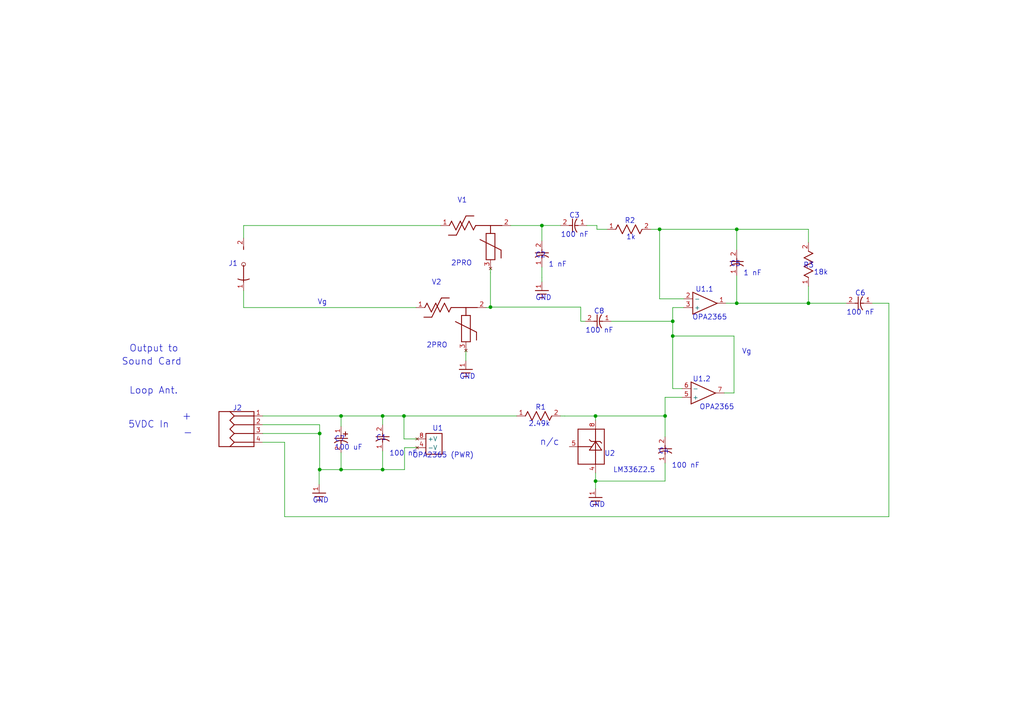
<source format=kicad_sch>
(kicad_sch (version 20211123) (generator eeschema)

  (uuid afd38b10-2eca-4abe-aed1-a96fb07ffdbe)

  (paper "A4")

  (lib_symbols
    (symbol "SuperSID-eagle-import:031-5637" (in_bom yes) (on_board yes)
      (property "Reference" "J" (id 0) (at 0 0 0)
        (effects (font (size 1.27 1.27)) hide)
      )
      (property "Value" "031-5637" (id 1) (at 0 0 0)
        (effects (font (size 1.27 1.27)) hide)
      )
      (property "Footprint" "SuperSID:031-5637" (id 2) (at 0 0 0)
        (effects (font (size 1.27 1.27)) hide)
      )
      (property "Datasheet" "" (id 3) (at 0 0 0)
        (effects (font (size 1.27 1.27)) hide)
      )
      (property "ki_locked" "" (id 4) (at 0 0 0)
        (effects (font (size 1.27 1.27)))
      )
      (symbol "031-5637_1_0"
        (arc (start -4.25 1.65) (mid -4.5703 0) (end -4.25 -1.65)
          (stroke (width 0.25) (type default) (color 0 0 0 0))
          (fill (type none))
        )
        (polyline
          (pts
            (xy -0.25 0)
            (xy -5.1 0)
          )
          (stroke (width 0.25) (type default) (color 0 0 0 0))
          (fill (type none))
        )
        (polyline
          (pts
            (xy 4.3 0)
            (xy 5.1 0)
          )
          (stroke (width 0.25) (type default) (color 0 0 0 0))
          (fill (type none))
        )
        (circle (center 0 0) (radius 0.55)
          (stroke (width 0) (type default) (color 0 0 0 0))
          (fill (type none))
        )
        (pin bidirectional line (at -7.62 0 0) (length 2.54)
          (name "CON" (effects (font (size 0 0))))
          (number "1" (effects (font (size 1.27 1.27))))
        )
        (pin power_in line (at 7.62 0 180) (length 2.54)
          (name "GND" (effects (font (size 0 0))))
          (number "2" (effects (font (size 1.27 1.27))))
        )
      )
    )
    (symbol "SuperSID-eagle-import:2PRO" (in_bom yes) (on_board yes)
      (property "Reference" "V" (id 0) (at 0 0 0)
        (effects (font (size 1.27 1.27)) hide)
      )
      (property "Value" "2PRO" (id 1) (at 0 0 0)
        (effects (font (size 1.27 1.27)) hide)
      )
      (property "Footprint" "SuperSID:3-WAY_HEADER" (id 2) (at 0 0 0)
        (effects (font (size 1.27 1.27)) hide)
      )
      (property "Datasheet" "" (id 3) (at 0 0 0)
        (effects (font (size 1.27 1.27)) hide)
      )
      (property "ki_locked" "" (id 4) (at 0 0 0)
        (effects (font (size 1.27 1.27)))
      )
      (symbol "2PRO_1_0"
        (polyline
          (pts
            (xy -3.302 0)
            (xy -2.667 1.27)
          )
          (stroke (width 0.25) (type default) (color 0 0 0 0))
          (fill (type none))
        )
        (polyline
          (pts
            (xy -2.667 1.27)
            (xy -1.397 -1.27)
          )
          (stroke (width 0.25) (type default) (color 0 0 0 0))
          (fill (type none))
        )
        (polyline
          (pts
            (xy -1.397 -1.27)
            (xy -0.127 1.27)
          )
          (stroke (width 0.25) (type default) (color 0 0 0 0))
          (fill (type none))
        )
        (polyline
          (pts
            (xy -1.27 -2.794)
            (xy -3.556 -2.794)
          )
          (stroke (width 0.25) (type default) (color 0 0 0 0))
          (fill (type none))
        )
        (polyline
          (pts
            (xy -0.127 1.27)
            (xy 1.143 -1.27)
          )
          (stroke (width 0.25) (type default) (color 0 0 0 0))
          (fill (type none))
        )
        (polyline
          (pts
            (xy 1.143 -1.27)
            (xy 2.413 1.27)
          )
          (stroke (width 0.25) (type default) (color 0 0 0 0))
          (fill (type none))
        )
        (polyline
          (pts
            (xy 1.524 2.794)
            (xy -1.27 -2.794)
          )
          (stroke (width 0.25) (type default) (color 0 0 0 0))
          (fill (type none))
        )
        (polyline
          (pts
            (xy 2.413 1.27)
            (xy 3.683 -1.27)
          )
          (stroke (width 0.25) (type default) (color 0 0 0 0))
          (fill (type none))
        )
        (polyline
          (pts
            (xy 3.683 -1.27)
            (xy 4.318 0)
          )
          (stroke (width 0.25) (type default) (color 0 0 0 0))
          (fill (type none))
        )
        (polyline
          (pts
            (xy 3.81 2.794)
            (xy 1.524 2.794)
          )
          (stroke (width 0.25) (type default) (color 0 0 0 0))
          (fill (type none))
        )
        (polyline
          (pts
            (xy 5.588 -4.064)
            (xy 11.684 -7.112)
          )
          (stroke (width 0.25) (type default) (color 0 0 0 0))
          (fill (type none))
        )
        (polyline
          (pts
            (xy 7.366 -9.906)
            (xy 7.366 -2.286)
          )
          (stroke (width 0.25) (type default) (color 0 0 0 0))
          (fill (type none))
        )
        (polyline
          (pts
            (xy 7.366 -2.286)
            (xy 9.906 -2.286)
          )
          (stroke (width 0.25) (type default) (color 0 0 0 0))
          (fill (type none))
        )
        (polyline
          (pts
            (xy 8.636 -2.286)
            (xy 8.636 0)
          )
          (stroke (width 0.25) (type default) (color 0 0 0 0))
          (fill (type none))
        )
        (polyline
          (pts
            (xy 9.906 -9.906)
            (xy 7.366 -9.906)
          )
          (stroke (width 0.25) (type default) (color 0 0 0 0))
          (fill (type none))
        )
        (polyline
          (pts
            (xy 9.906 -2.286)
            (xy 9.906 -9.906)
          )
          (stroke (width 0.25) (type default) (color 0 0 0 0))
          (fill (type none))
        )
        (polyline
          (pts
            (xy 11.703 -7.144)
            (xy 11.703 -9.43)
          )
          (stroke (width 0.25) (type default) (color 0 0 0 0))
          (fill (type none))
        )
        (polyline
          (pts
            (xy 11.938 0)
            (xy 4.318 0)
          )
          (stroke (width 0.25) (type default) (color 0 0 0 0))
          (fill (type none))
        )
        (pin passive line (at -5.842 0 0) (length 2.54)
          (name "1" (effects (font (size 0 0))))
          (number "1" (effects (font (size 1.27 1.27))))
        )
        (pin passive line (at 14.478 0 180) (length 2.54)
          (name "2" (effects (font (size 0 0))))
          (number "2" (effects (font (size 1.27 1.27))))
        )
        (pin no_connect line (at 8.636 -12.446 90) (length 2.54)
          (name "3" (effects (font (size 0 0))))
          (number "3" (effects (font (size 1.27 1.27))))
        )
      )
    )
    (symbol "SuperSID-eagle-import:CAP" (in_bom yes) (on_board yes)
      (property "Reference" "C" (id 0) (at 0 0 0)
        (effects (font (size 1.27 1.27)) hide)
      )
      (property "Value" "CAP" (id 1) (at 0 0 0)
        (effects (font (size 1.27 1.27)) hide)
      )
      (property "Footprint" "SuperSID:CC0805" (id 2) (at 0 0 0)
        (effects (font (size 1.27 1.27)) hide)
      )
      (property "Datasheet" "" (id 3) (at 0 0 0)
        (effects (font (size 1.27 1.27)) hide)
      )
      (property "ki_locked" "" (id 4) (at 0 0 0)
        (effects (font (size 1.27 1.27)))
      )
      (symbol "CAP_1_0"
        (polyline
          (pts
            (xy -1.27 0)
            (xy -0.33 0)
          )
          (stroke (width 0.25) (type default) (color 0 0 0 0))
          (fill (type none))
        )
        (polyline
          (pts
            (xy -0.33 -1.905)
            (xy -0.33 1.905)
          )
          (stroke (width 0.25) (type default) (color 0 0 0 0))
          (fill (type none))
        )
        (polyline
          (pts
            (xy 0.305 0)
            (xy 1.27 0)
          )
          (stroke (width 0.25) (type default) (color 0 0 0 0))
          (fill (type none))
        )
        (arc (start 0.944 1.911) (mid 0.3044 0) (end 0.944 -1.911)
          (stroke (width 0.254) (type default) (color 0 0 0 0))
          (fill (type none))
        )
        (pin passive line (at 3.81 0 180) (length 2.54)
          (name "B" (effects (font (size 0 0))))
          (number "1" (effects (font (size 1.27 1.27))))
        )
        (pin passive line (at -3.81 0 0) (length 2.54)
          (name "A" (effects (font (size 0 0))))
          (number "2" (effects (font (size 1.27 1.27))))
        )
      )
    )
    (symbol "SuperSID-eagle-import:ELECTROLYTIC" (in_bom yes) (on_board yes)
      (property "Reference" "C" (id 0) (at 0 0 0)
        (effects (font (size 1.27 1.27)) hide)
      )
      (property "Value" "ELECTROLYTIC" (id 1) (at 0 0 0)
        (effects (font (size 1.27 1.27)) hide)
      )
      (property "Footprint" "SuperSID:6.3_MM_CAP." (id 2) (at 0 0 0)
        (effects (font (size 1.27 1.27)) hide)
      )
      (property "Datasheet" "" (id 3) (at 0 0 0)
        (effects (font (size 1.27 1.27)) hide)
      )
      (property "ki_locked" "" (id 4) (at 0 0 0)
        (effects (font (size 1.27 1.27)))
      )
      (symbol "ELECTROLYTIC_1_0"
        (polyline
          (pts
            (xy -1.753 1.27)
            (xy -0.483 1.27)
          )
          (stroke (width 0.25) (type default) (color 0 0 0 0))
          (fill (type none))
        )
        (polyline
          (pts
            (xy -1.118 0.635)
            (xy -1.118 1.905)
          )
          (stroke (width 0.25) (type default) (color 0 0 0 0))
          (fill (type none))
        )
        (polyline
          (pts
            (xy -0.787 0)
            (xy 0.152 0)
          )
          (stroke (width 0.25) (type default) (color 0 0 0 0))
          (fill (type none))
        )
        (polyline
          (pts
            (xy 0.152 -1.905)
            (xy 0.152 1.905)
          )
          (stroke (width 0.25) (type default) (color 0 0 0 0))
          (fill (type none))
        )
        (polyline
          (pts
            (xy 0.787 0)
            (xy 1.753 0)
          )
          (stroke (width 0.25) (type default) (color 0 0 0 0))
          (fill (type none))
        )
        (arc (start 1.427 1.911) (mid 0.7874 0) (end 1.427 -1.911)
          (stroke (width 0.254) (type default) (color 0 0 0 0))
          (fill (type none))
        )
        (pin passive line (at -3.327 0 0) (length 2.54)
          (name "1" (effects (font (size 0 0))))
          (number "1" (effects (font (size 1.27 1.27))))
        )
        (pin passive line (at 4.293 0 180) (length 2.54)
          (name "2" (effects (font (size 0 0))))
          (number "2" (effects (font (size 1.27 1.27))))
        )
      )
    )
    (symbol "SuperSID-eagle-import:GND" (power) (in_bom yes) (on_board yes)
      (property "Reference" "#P" (id 0) (at 0 0 0)
        (effects (font (size 1.27 1.27)) hide)
      )
      (property "Value" "GND" (id 1) (at 0 0 0)
        (effects (font (size 1.27 1.27)) hide)
      )
      (property "Footprint" "SuperSID:" (id 2) (at 0 0 0)
        (effects (font (size 1.27 1.27)) hide)
      )
      (property "Datasheet" "" (id 3) (at 0 0 0)
        (effects (font (size 1.27 1.27)) hide)
      )
      (property "ki_locked" "" (id 4) (at 0 0 0)
        (effects (font (size 1.27 1.27)))
      )
      (symbol "GND_1_0"
        (polyline
          (pts
            (xy -1.905 1.016)
            (xy 1.905 1.016)
          )
          (stroke (width 0.25) (type default) (color 0 0 0 0))
          (fill (type none))
        )
        (polyline
          (pts
            (xy -1.27 0)
            (xy 1.27 0)
          )
          (stroke (width 0.25) (type default) (color 0 0 0 0))
          (fill (type none))
        )
        (polyline
          (pts
            (xy -0.508 -1.016)
            (xy 0.508 -1.016)
          )
          (stroke (width 0.25) (type default) (color 0 0 0 0))
          (fill (type none))
        )
        (pin power_in line (at 0 3.556 270) (length 2.54)
          (name "GND" (effects (font (size 0 0))))
          (number "1" (effects (font (size 1.27 1.27))))
        )
      )
    )
    (symbol "SuperSID-eagle-import:LM336Z2.5" (in_bom yes) (on_board yes)
      (property "Reference" "U" (id 0) (at 0 0 0)
        (effects (font (size 1.27 1.27)) hide)
      )
      (property "Value" "LM336Z2.5" (id 1) (at 0 0 0)
        (effects (font (size 1.27 1.27)) hide)
      )
      (property "Footprint" "SuperSID:SOP-8" (id 2) (at 0 0 0)
        (effects (font (size 1.27 1.27)) hide)
      )
      (property "Datasheet" "" (id 3) (at 0 0 0)
        (effects (font (size 1.27 1.27)) hide)
      )
      (property "ki_locked" "" (id 4) (at 0 0 0)
        (effects (font (size 1.27 1.27)))
      )
      (symbol "LM336Z2.5_1_0"
        (polyline
          (pts
            (xy -5.08 -3.81)
            (xy -5.08 3.81)
          )
          (stroke (width 0.25) (type default) (color 0 0 0 0))
          (fill (type none))
        )
        (polyline
          (pts
            (xy -5.08 -3.81)
            (xy 5.08 -3.81)
          )
          (stroke (width 0.25) (type default) (color 0 0 0 0))
          (fill (type none))
        )
        (polyline
          (pts
            (xy -5.08 1.27)
            (xy 5.08 1.27)
          )
          (stroke (width 0.25) (type default) (color 0 0 0 0))
          (fill (type none))
        )
        (polyline
          (pts
            (xy -5.08 3.81)
            (xy 5.08 3.81)
          )
          (stroke (width 0.25) (type default) (color 0 0 0 0))
          (fill (type none))
        )
        (polyline
          (pts
            (xy -2.032 -0.508)
            (xy -1.524 0)
          )
          (stroke (width 0.25) (type default) (color 0 0 0 0))
          (fill (type none))
        )
        (polyline
          (pts
            (xy -1.524 0)
            (xy -1.524 2.54)
          )
          (stroke (width 0.25) (type default) (color 0 0 0 0))
          (fill (type none))
        )
        (polyline
          (pts
            (xy -1.524 1.27)
            (xy 1.016 -0.508)
          )
          (stroke (width 0.25) (type default) (color 0 0 0 0))
          (fill (type none))
        )
        (polyline
          (pts
            (xy -1.524 2.54)
            (xy -1.016 3.048)
          )
          (stroke (width 0.25) (type default) (color 0 0 0 0))
          (fill (type none))
        )
        (polyline
          (pts
            (xy 0 0.254)
            (xy 0 -3.81)
          )
          (stroke (width 0.25) (type default) (color 0 0 0 0))
          (fill (type none))
        )
        (polyline
          (pts
            (xy 1.016 -0.508)
            (xy 1.016 3.048)
          )
          (stroke (width 0.25) (type default) (color 0 0 0 0))
          (fill (type none))
        )
        (polyline
          (pts
            (xy 1.016 3.048)
            (xy -1.524 1.27)
          )
          (stroke (width 0.25) (type default) (color 0 0 0 0))
          (fill (type none))
        )
        (polyline
          (pts
            (xy 5.08 3.81)
            (xy 5.08 -3.81)
          )
          (stroke (width 0.25) (type default) (color 0 0 0 0))
          (fill (type none))
        )
        (pin passive line (at 7.62 1.27 180) (length 2.54)
          (name "-V" (effects (font (size 0 0))))
          (number "4" (effects (font (size 1.27 1.27))))
        )
        (pin input line (at 0 -6.35 90) (length 2.54)
          (name "ADJ" (effects (font (size 0 0))))
          (number "5" (effects (font (size 1.27 1.27))))
        )
        (pin passive line (at -7.62 1.27 0) (length 2.54)
          (name "+V" (effects (font (size 0 0))))
          (number "8" (effects (font (size 1.27 1.27))))
        )
      )
    )
    (symbol "SuperSID-eagle-import:OPA2365" (in_bom yes) (on_board yes)
      (property "Reference" "U" (id 0) (at 0 0 0)
        (effects (font (size 1.27 1.27)) hide)
      )
      (property "Value" "OPA2365" (id 1) (at 0 0 0)
        (effects (font (size 1.27 1.27)) hide)
      )
      (property "Footprint" "SuperSID:SOP-8" (id 2) (at 0 0 0)
        (effects (font (size 1.27 1.27)) hide)
      )
      (property "Datasheet" "" (id 3) (at 0 0 0)
        (effects (font (size 1.27 1.27)) hide)
      )
      (property "ki_locked" "" (id 4) (at 0 0 0)
        (effects (font (size 1.27 1.27)))
      )
      (symbol "OPA2365_1_0"
        (polyline
          (pts
            (xy -2.413 -3.016)
            (xy -2.413 3.334)
          )
          (stroke (width 0.25) (type default) (color 0 0 0 0))
          (fill (type none))
        )
        (polyline
          (pts
            (xy -2.413 -3.016)
            (xy 4.731 0.159)
          )
          (stroke (width 0.25) (type default) (color 0 0 0 0))
          (fill (type none))
        )
        (polyline
          (pts
            (xy 4.572 0.159)
            (xy -2.413 3.334)
          )
          (stroke (width 0.25) (type default) (color 0 0 0 0))
          (fill (type none))
        )
        (pin output line (at 7.207 0.159 180) (length 2.54)
          (name "1" (effects (font (size 0 0))))
          (number "1" (effects (font (size 1.27 1.27))))
        )
        (pin input line (at -5.048 1.429 0) (length 2.54)
          (name "-" (effects (font (size 1.27 1.27))))
          (number "2" (effects (font (size 1.27 1.27))))
        )
        (pin input line (at -5.048 -1.111 0) (length 2.54)
          (name "+" (effects (font (size 1.27 1.27))))
          (number "3" (effects (font (size 1.27 1.27))))
        )
      )
      (symbol "OPA2365_2_0"
        (polyline
          (pts
            (xy -2.413 -3.016)
            (xy -2.413 3.334)
          )
          (stroke (width 0.25) (type default) (color 0 0 0 0))
          (fill (type none))
        )
        (polyline
          (pts
            (xy -2.413 -3.016)
            (xy 4.731 0.159)
          )
          (stroke (width 0.25) (type default) (color 0 0 0 0))
          (fill (type none))
        )
        (polyline
          (pts
            (xy 4.572 0.159)
            (xy -2.413 3.334)
          )
          (stroke (width 0.25) (type default) (color 0 0 0 0))
          (fill (type none))
        )
        (pin input line (at -5.048 -1.111 0) (length 2.54)
          (name "+" (effects (font (size 1.27 1.27))))
          (number "5" (effects (font (size 1.27 1.27))))
        )
        (pin input line (at -5.048 1.429 0) (length 2.54)
          (name "-" (effects (font (size 1.27 1.27))))
          (number "6" (effects (font (size 1.27 1.27))))
        )
        (pin output line (at 7.207 0.159 180) (length 2.54)
          (name "7" (effects (font (size 0 0))))
          (number "7" (effects (font (size 1.27 1.27))))
        )
      )
      (symbol "OPA2365_3_0"
        (polyline
          (pts
            (xy -2.794 -3.492)
            (xy -2.794 2.54)
          )
          (stroke (width 0.25) (type default) (color 0 0 0 0))
          (fill (type none))
        )
        (polyline
          (pts
            (xy -2.794 2.54)
            (xy 1.905 2.54)
          )
          (stroke (width 0.25) (type default) (color 0 0 0 0))
          (fill (type none))
        )
        (polyline
          (pts
            (xy 1.905 -3.492)
            (xy -2.794 -3.492)
          )
          (stroke (width 0.25) (type default) (color 0 0 0 0))
          (fill (type none))
        )
        (polyline
          (pts
            (xy 1.905 2.54)
            (xy 1.905 -3.492)
          )
          (stroke (width 0.25) (type default) (color 0 0 0 0))
          (fill (type none))
        )
        (pin no_connect line (at -5.334 -1.587 0) (length 2.54)
          (name "-V" (effects (font (size 1.27 1.27))))
          (number "4" (effects (font (size 1.27 1.27))))
        )
        (pin no_connect line (at -5.334 0.953 0) (length 2.54)
          (name "+V" (effects (font (size 1.27 1.27))))
          (number "8" (effects (font (size 1.27 1.27))))
        )
      )
    )
    (symbol "SuperSID-eagle-import:OSTTA040161B" (in_bom yes) (on_board yes)
      (property "Reference" "J" (id 0) (at 0 0 0)
        (effects (font (size 1.27 1.27)) hide)
      )
      (property "Value" "OSTTA040161B" (id 1) (at 0 0 0)
        (effects (font (size 1.27 1.27)) hide)
      )
      (property "Footprint" "SuperSID:TB-1X4_5_21X9_SC_H" (id 2) (at 0 0 0)
        (effects (font (size 1.27 1.27)) hide)
      )
      (property "Datasheet" "" (id 3) (at 0 0 0)
        (effects (font (size 1.27 1.27)) hide)
      )
      (property "ki_locked" "" (id 4) (at 0 0 0)
        (effects (font (size 1.27 1.27)))
      )
      (symbol "OSTTA040161B_1_0"
        (polyline
          (pts
            (xy -5.08 -5.08)
            (xy -5.08 5.08)
          )
          (stroke (width 0.25) (type default) (color 0 0 0 0))
          (fill (type none))
        )
        (polyline
          (pts
            (xy -5.08 5.08)
            (xy 5.08 5.08)
          )
          (stroke (width 0.25) (type default) (color 0 0 0 0))
          (fill (type none))
        )
        (polyline
          (pts
            (xy -1.905 -5.08)
            (xy -0.635 -3.81)
          )
          (stroke (width 0.25) (type default) (color 0 0 0 0))
          (fill (type none))
        )
        (polyline
          (pts
            (xy -1.905 -2.54)
            (xy -0.635 -3.81)
          )
          (stroke (width 0.25) (type default) (color 0 0 0 0))
          (fill (type none))
        )
        (polyline
          (pts
            (xy -1.905 -2.54)
            (xy -0.635 -1.27)
          )
          (stroke (width 0.25) (type default) (color 0 0 0 0))
          (fill (type none))
        )
        (polyline
          (pts
            (xy -1.905 0)
            (xy -0.635 -1.27)
          )
          (stroke (width 0.25) (type default) (color 0 0 0 0))
          (fill (type none))
        )
        (polyline
          (pts
            (xy -1.905 0)
            (xy -0.635 1.27)
          )
          (stroke (width 0.25) (type default) (color 0 0 0 0))
          (fill (type none))
        )
        (polyline
          (pts
            (xy -1.905 2.54)
            (xy -0.635 1.27)
          )
          (stroke (width 0.25) (type default) (color 0 0 0 0))
          (fill (type none))
        )
        (polyline
          (pts
            (xy -1.905 2.54)
            (xy -0.635 3.81)
          )
          (stroke (width 0.25) (type default) (color 0 0 0 0))
          (fill (type none))
        )
        (polyline
          (pts
            (xy -1.905 5.08)
            (xy -0.635 3.81)
          )
          (stroke (width 0.25) (type default) (color 0 0 0 0))
          (fill (type none))
        )
        (polyline
          (pts
            (xy -0.635 -3.81)
            (xy 5.08 -3.81)
          )
          (stroke (width 0.25) (type default) (color 0 0 0 0))
          (fill (type none))
        )
        (polyline
          (pts
            (xy -0.635 -1.27)
            (xy 5.08 -1.27)
          )
          (stroke (width 0.25) (type default) (color 0 0 0 0))
          (fill (type none))
        )
        (polyline
          (pts
            (xy -0.635 1.27)
            (xy 5.08 1.27)
          )
          (stroke (width 0.25) (type default) (color 0 0 0 0))
          (fill (type none))
        )
        (polyline
          (pts
            (xy -0.635 3.81)
            (xy 5.08 3.81)
          )
          (stroke (width 0.25) (type default) (color 0 0 0 0))
          (fill (type none))
        )
        (polyline
          (pts
            (xy 5.08 -5.08)
            (xy -5.08 -5.08)
          )
          (stroke (width 0.25) (type default) (color 0 0 0 0))
          (fill (type none))
        )
        (polyline
          (pts
            (xy 5.08 5.08)
            (xy 5.08 -5.08)
          )
          (stroke (width 0.25) (type default) (color 0 0 0 0))
          (fill (type none))
        )
        (pin passive line (at 7.62 3.81 180) (length 2.54)
          (name "P1" (effects (font (size 0 0))))
          (number "1" (effects (font (size 1.27 1.27))))
        )
        (pin passive line (at 7.62 1.27 180) (length 2.54)
          (name "P2" (effects (font (size 0 0))))
          (number "2" (effects (font (size 1.27 1.27))))
        )
        (pin passive line (at 7.62 -1.27 180) (length 2.54)
          (name "P3" (effects (font (size 0 0))))
          (number "3" (effects (font (size 1.27 1.27))))
        )
        (pin passive line (at 7.62 -3.81 180) (length 2.54)
          (name "P4" (effects (font (size 0 0))))
          (number "4" (effects (font (size 1.27 1.27))))
        )
      )
    )
    (symbol "SuperSID-eagle-import:RES_0805" (in_bom yes) (on_board yes)
      (property "Reference" "R" (id 0) (at 0 0 0)
        (effects (font (size 1.27 1.27)) hide)
      )
      (property "Value" "RES_0805" (id 1) (at 0 0 0)
        (effects (font (size 1.27 1.27)) hide)
      )
      (property "Footprint" "SuperSID:RES_0805" (id 2) (at 0 0 0)
        (effects (font (size 1.27 1.27)) hide)
      )
      (property "Datasheet" "" (id 3) (at 0 0 0)
        (effects (font (size 1.27 1.27)) hide)
      )
      (property "ki_locked" "" (id 4) (at 0 0 0)
        (effects (font (size 1.27 1.27)))
      )
      (symbol "RES_0805_1_0"
        (polyline
          (pts
            (xy -3.81 0)
            (xy -3.175 1.27)
          )
          (stroke (width 0.25) (type default) (color 0 0 0 0))
          (fill (type none))
        )
        (polyline
          (pts
            (xy -3.175 1.27)
            (xy -1.905 -1.27)
          )
          (stroke (width 0.25) (type default) (color 0 0 0 0))
          (fill (type none))
        )
        (polyline
          (pts
            (xy -1.905 -1.27)
            (xy -0.635 1.27)
          )
          (stroke (width 0.25) (type default) (color 0 0 0 0))
          (fill (type none))
        )
        (polyline
          (pts
            (xy -0.635 1.27)
            (xy 0.635 -1.27)
          )
          (stroke (width 0.25) (type default) (color 0 0 0 0))
          (fill (type none))
        )
        (polyline
          (pts
            (xy 0.635 -1.27)
            (xy 1.905 1.27)
          )
          (stroke (width 0.25) (type default) (color 0 0 0 0))
          (fill (type none))
        )
        (polyline
          (pts
            (xy 1.905 1.27)
            (xy 3.175 -1.27)
          )
          (stroke (width 0.25) (type default) (color 0 0 0 0))
          (fill (type none))
        )
        (polyline
          (pts
            (xy 3.175 -1.27)
            (xy 3.81 0)
          )
          (stroke (width 0.25) (type default) (color 0 0 0 0))
          (fill (type none))
        )
        (pin passive line (at -6.35 0 0) (length 2.54)
          (name "1" (effects (font (size 0 0))))
          (number "1" (effects (font (size 1.27 1.27))))
        )
        (pin passive line (at 6.35 0 180) (length 2.54)
          (name "2" (effects (font (size 0 0))))
          (number "2" (effects (font (size 1.27 1.27))))
        )
      )
    )
  )


  (junction (at 213.684 66.51) (diameter 0) (color 0 0 0 0)
    (uuid 1732b93f-cd0e-4ca4-a905-bb406354ca33)
  )
  (junction (at 157.169 65.418) (diameter 0) (color 0 0 0 0)
    (uuid 17cf1c88-8d51-4538-aa76-e35ac22d0ed0)
  )
  (junction (at 98.92 136.201) (diameter 0) (color 0 0 0 0)
    (uuid 1a22eb2d-f625-4371-a918-ff1b97dc8219)
  )
  (junction (at 142.253 89.073) (diameter 0) (color 0 0 0 0)
    (uuid 2028d85e-9e27-4758-8c0b-559fad072813)
  )
  (junction (at 191.306 66.51) (diameter 0) (color 0 0 0 0)
    (uuid 2f0570b6-86da-47a8-9e56-ce60c431c534)
  )
  (junction (at 195.116 93.18) (diameter 0) (color 0 0 0 0)
    (uuid 3e87b259-dfc1-4885-8dcf-7e7ae39674ed)
  )
  (junction (at 172.733 139.535) (diameter 0) (color 0 0 0 0)
    (uuid 4e677390-a246-4ca0-954c-746e0870f88f)
  )
  (junction (at 117.17 120.65) (diameter 0) (color 0 0 0 0)
    (uuid 59f60168-cced-43c9-aaa5-41a1a8a2f631)
  )
  (junction (at 213.684 87.947) (diameter 0) (color 0 0 0 0)
    (uuid 645bdbdc-8f65-42ef-a021-2d3e7d74a739)
  )
  (junction (at 110.973 136.201) (diameter 0) (color 0 0 0 0)
    (uuid 6ff9bb63-d6fd-4e32-bb60-7ac65509c2e9)
  )
  (junction (at 172.72 120.663) (diameter 0) (color 0 0 0 0)
    (uuid 7274c82d-0cb9-47de-b093-7d848f491410)
  )
  (junction (at 195.116 97.466) (diameter 0) (color 0 0 0 0)
    (uuid 7f064424-06a6-4f5b-87d6-1970ae527766)
  )
  (junction (at 234.486 87.947) (diameter 0) (color 0 0 0 0)
    (uuid b1ba92d5-0d41-4be9-b483-47d08dc1785d)
  )
  (junction (at 192.9 120.644) (diameter 0) (color 0 0 0 0)
    (uuid b66b83a0-313f-4b03-b851-c6e9577a6eb7)
  )
  (junction (at 110.973 120.644) (diameter 0) (color 0 0 0 0)
    (uuid d68dca9b-48b3-498b-9b5f-3b3838250f82)
  )
  (junction (at 92.71 125.73) (diameter 0) (color 0 0 0 0)
    (uuid d767f2ff-12ec-4778-96cb-3fdd7a473d60)
  )
  (junction (at 92.71 136.201) (diameter 0) (color 0 0 0 0)
    (uuid f674b8e7-203d-419e-988a-58e0f9ae4fad)
  )
  (junction (at 98.92 120.65) (diameter 0) (color 0 0 0 0)
    (uuid f6a3288e-9575-42bb-af05-a920d59aded8)
  )

  (wire (pts (xy 117.329 136.201) (xy 110.973 136.201))
    (stroke (width 0) (type default) (color 0 0 0 0))
    (uuid 06665bf8-cef1-4e75-8d5b-1537b3c1b090)
  )
  (wire (pts (xy 211.823 87.947) (xy 213.684 87.947))
    (stroke (width 0) (type default) (color 0 0 0 0))
    (uuid 082aed28-f9e8-49e7-96ee-b5aa9f0319c7)
  )
  (wire (pts (xy 234.486 87.947) (xy 245.434 87.947))
    (stroke (width 0) (type default) (color 0 0 0 0))
    (uuid 10b20c6b-8045-46d1-a965-0d7dd9a1b5fa)
  )
  (wire (pts (xy 191.306 66.51) (xy 188.766 66.51))
    (stroke (width 0) (type default) (color 0 0 0 0))
    (uuid 112371bd-7aa2-4b47-b184-50d12afc2534)
  )
  (wire (pts (xy 92.564 136.201) (xy 92.564 140.487))
    (stroke (width 0) (type default) (color 0 0 0 0))
    (uuid 15189cef-9045-423b-b4f6-a763d4e75704)
  )
  (wire (pts (xy 110.973 130.797) (xy 110.973 136.201))
    (stroke (width 0) (type default) (color 0 0 0 0))
    (uuid 152cd84e-bbed-4df5-a866-d1ab977b0966)
  )
  (wire (pts (xy 117.17 127.305) (xy 120.98 127.305))
    (stroke (width 0) (type default) (color 0 0 0 0))
    (uuid 165f4d8d-26a9-4cf2-a8d6-9936cd983be4)
  )
  (wire (pts (xy 92.71 123.19) (xy 92.71 125.73))
    (stroke (width 0) (type default) (color 0 0 0 0))
    (uuid 178ae27e-edb9-4ffb-bd13-c0a6dd659606)
  )
  (wire (pts (xy 213.684 66.51) (xy 234.486 66.51))
    (stroke (width 0) (type default) (color 0 0 0 0))
    (uuid 1d0d5161-c82f-4c77-a9ca-15d017db65d3)
  )
  (wire (pts (xy 172.733 137.173) (xy 172.733 139.535))
    (stroke (width 0) (type default) (color 0 0 0 0))
    (uuid 25c663ff-96b6-4263-a06e-d1829409cf73)
  )
  (wire (pts (xy 135.115 102.927) (xy 135.141 101.657))
    (stroke (width 0) (type default) (color 0 0 0 0))
    (uuid 291935ec-f8ff-41f0-8717-e68b8af7b8c1)
  )
  (wire (pts (xy 98.92 136.201) (xy 92.71 136.201))
    (stroke (width 0) (type default) (color 0 0 0 0))
    (uuid 2a4111b7-8149-4814-9344-3b8119cd75e4)
  )
  (wire (pts (xy 172.733 120.663) (xy 172.733 121.933))
    (stroke (width 0) (type default) (color 0 0 0 0))
    (uuid 31bfc3e7-147b-4531-a0c5-e3a305c1647d)
  )
  (wire (pts (xy 172.733 139.535) (xy 172.733 141.757))
    (stroke (width 0) (type default) (color 0 0 0 0))
    (uuid 34ce7009-187e-4541-a14e-708b3a2903d9)
  )
  (wire (pts (xy 157.169 80.48) (xy 157.175 81.75))
    (stroke (width 0) (type default) (color 0 0 0 0))
    (uuid 35fb7c56-dc85-43f7-b954-81b8040a8500)
  )
  (wire (pts (xy 192.9 126.682) (xy 192.9 120.644))
    (stroke (width 0) (type default) (color 0 0 0 0))
    (uuid 363189af-2faa-46a4-b025-5a779d801f2e)
  )
  (wire (pts (xy 163.83 120.663) (xy 172.72 120.663))
    (stroke (width 0) (type default) (color 0 0 0 0))
    (uuid 37657eee-b379-4145-b65d-79c82b53e49e)
  )
  (wire (pts (xy 172.72 120.644) (xy 172.72 120.663))
    (stroke (width 0) (type default) (color 0 0 0 0))
    (uuid 386faf3f-2adf-472a-84bf-bd511edf2429)
  )
  (wire (pts (xy 142.253 79.134) (xy 142.272 77.864))
    (stroke (width 0) (type default) (color 0 0 0 0))
    (uuid 3fa05934-8ad1-40a9-af5c-98ad298eb412)
  )
  (wire (pts (xy 173.13 65.399) (xy 170.193 65.399))
    (stroke (width 0) (type default) (color 0 0 0 0))
    (uuid 44b926bf-8bdd-4191-846d-2dfabab2cecb)
  )
  (wire (pts (xy 168.446 93.18) (xy 169.716 93.18))
    (stroke (width 0) (type default) (color 0 0 0 0))
    (uuid 49488c82-6277-4d05-a051-6a9df142c373)
  )
  (wire (pts (xy 135.115 102.927) (xy 135.115 104.604))
    (stroke (width 0) (type default) (color 0 0 0 0))
    (uuid 49a65079-57a9-46fc-8711-1d7f2cab8dbf)
  )
  (wire (pts (xy 92.71 136.201) (xy 92.564 136.201))
    (stroke (width 0) (type default) (color 0 0 0 0))
    (uuid 560d05a7-84e4-403a-80d1-f287a4032b8a)
  )
  (wire (pts (xy 173.13 66.51) (xy 173.13 65.399))
    (stroke (width 0) (type default) (color 0 0 0 0))
    (uuid 58126faf-01a4-4f91-8e8c-ca9e47b48048)
  )
  (wire (pts (xy 110.973 120.644) (xy 117.17 120.644))
    (stroke (width 0) (type default) (color 0 0 0 0))
    (uuid 58cc7831-f944-4d33-8c61-2fd5bebc61e0)
  )
  (wire (pts (xy 213.684 66.51) (xy 191.306 66.51))
    (stroke (width 0) (type default) (color 0 0 0 0))
    (uuid 5c32b099-dba7-4228-8a5e-c2156f635ce2)
  )
  (wire (pts (xy 142.253 89.211) (xy 140.983 89.211))
    (stroke (width 0) (type default) (color 0 0 0 0))
    (uuid 5eb16f0d-ef1e-4549-97a1-19cd06ad7236)
  )
  (wire (pts (xy 192.9 134.302) (xy 192.9 139.535))
    (stroke (width 0) (type default) (color 0 0 0 0))
    (uuid 637e9edf-ffed-49a2-8408-fa110c9a4c79)
  )
  (wire (pts (xy 98.92 123.66) (xy 98.92 120.65))
    (stroke (width 0) (type default) (color 0 0 0 0))
    (uuid 6ae963fb-e34f-4e11-9adf-78839a5b2ef1)
  )
  (wire (pts (xy 191.306 86.671) (xy 191.306 66.51))
    (stroke (width 0) (type default) (color 0 0 0 0))
    (uuid 6f1beb86-67e1-46bf-8c2b-6d1e1485d5c0)
  )
  (wire (pts (xy 192.9 115.246) (xy 192.9 120.644))
    (stroke (width 0) (type default) (color 0 0 0 0))
    (uuid 72366acb-6c86-4134-89df-01ed6e4dc8e0)
  )
  (wire (pts (xy 157.169 80.48) (xy 157.169 77.476))
    (stroke (width 0) (type default) (color 0 0 0 0))
    (uuid 73ee7e03-97a8-4121-b568-c25f3934a935)
  )
  (wire (pts (xy 76.2 120.65) (xy 98.92 120.65))
    (stroke (width 0) (type default) (color 0 0 0 0))
    (uuid 74855e0d-40e4-4940-a544-edae9207b2ea)
  )
  (wire (pts (xy 172.72 120.663) (xy 172.733 120.663))
    (stroke (width 0) (type default) (color 0 0 0 0))
    (uuid 7668b629-abd6-4e14-be84-df90ae487fc6)
  )
  (wire (pts (xy 198.298 86.671) (xy 191.306 86.671))
    (stroke (width 0) (type default) (color 0 0 0 0))
    (uuid 7ca71fec-e7f1-454f-9196-b80d15925fff)
  )
  (wire (pts (xy 195.116 93.18) (xy 195.116 97.466))
    (stroke (width 0) (type default) (color 0 0 0 0))
    (uuid 82204892-ec79-4d38-a593-52fb9a9b4b87)
  )
  (wire (pts (xy 98.92 120.65) (xy 98.92 120.644))
    (stroke (width 0) (type default) (color 0 0 0 0))
    (uuid 87ba184f-bff5-4989-8217-6af375cc3dd8)
  )
  (wire (pts (xy 212.896 113.976) (xy 210.071 113.976))
    (stroke (width 0) (type default) (color 0 0 0 0))
    (uuid 8b3ba7fc-20b6-43c4-a020-80151e1caecc)
  )
  (wire (pts (xy 70.656 65.418) (xy 70.656 69.05))
    (stroke (width 0) (type default) (color 0 0 0 0))
    (uuid 8b963561-586b-4575-b721-87e7914602c6)
  )
  (wire (pts (xy 117.17 120.65) (xy 149.86 120.65))
    (stroke (width 0) (type default) (color 0 0 0 0))
    (uuid 8e697b96-cf4c-43ef-b321-8c2422b088bf)
  )
  (wire (pts (xy 117.17 120.65) (xy 117.17 127.305))
    (stroke (width 0) (type default) (color 0 0 0 0))
    (uuid 92a23ed4-a5ea-4cea-bc33-0a83191a0d32)
  )
  (wire (pts (xy 142.253 89.073) (xy 142.253 89.211))
    (stroke (width 0) (type default) (color 0 0 0 0))
    (uuid 9cacb6ad-6bbf-4ffe-b0a4-2df24045e046)
  )
  (wire (pts (xy 117.17 120.644) (xy 117.17 120.65))
    (stroke (width 0) (type default) (color 0 0 0 0))
    (uuid 9de304ba-fba7-4896-b969-9d87a3522d74)
  )
  (wire (pts (xy 176.066 66.51) (xy 173.13 66.51))
    (stroke (width 0) (type default) (color 0 0 0 0))
    (uuid 9e136ac4-5d28-4814-9ebf-c30c372bc2ec)
  )
  (wire (pts (xy 82.55 128.27) (xy 82.55 149.86))
    (stroke (width 0) (type default) (color 0 0 0 0))
    (uuid 9e2492fd-e074-42db-8129-fe39460dc1e0)
  )
  (wire (pts (xy 98.92 131.28) (xy 98.92 136.201))
    (stroke (width 0) (type default) (color 0 0 0 0))
    (uuid 9fdca5c2-1fbd-4774-a9c3-8795a40c206d)
  )
  (wire (pts (xy 76.2 123.19) (xy 92.71 123.19))
    (stroke (width 0) (type default) (color 0 0 0 0))
    (uuid a0d52767-051a-423c-a600-928281f27952)
  )
  (wire (pts (xy 120.98 129.845) (xy 117.329 129.845))
    (stroke (width 0) (type default) (color 0 0 0 0))
    (uuid a239fd1d-dfbb-49fd-b565-8c3de9dcf42b)
  )
  (wire (pts (xy 177.336 93.18) (xy 195.116 93.18))
    (stroke (width 0) (type default) (color 0 0 0 0))
    (uuid a2a0f5cc-b5aa-4e3e-8d85-23bdc2f59aec)
  )
  (wire (pts (xy 76.2 128.27) (xy 82.55 128.27))
    (stroke (width 0) (type default) (color 0 0 0 0))
    (uuid a48f5fff-52e4-4ae8-8faa-7084c7ae8a28)
  )
  (wire (pts (xy 110.973 136.201) (xy 98.92 136.201))
    (stroke (width 0) (type default) (color 0 0 0 0))
    (uuid a686ed7c-c2d1-4d29-9d54-727faf9fd6bf)
  )
  (wire (pts (xy 92.71 125.73) (xy 92.71 136.201))
    (stroke (width 0) (type default) (color 0 0 0 0))
    (uuid aa8663be-9516-4b07-84d2-4c4d668b8596)
  )
  (wire (pts (xy 212.896 97.466) (xy 212.896 113.976))
    (stroke (width 0) (type default) (color 0 0 0 0))
    (uuid ae8bb5ae-95ee-4e2d-8a0c-ae5b6149b4e3)
  )
  (wire (pts (xy 192.9 139.535) (xy 172.733 139.535))
    (stroke (width 0) (type default) (color 0 0 0 0))
    (uuid b456cffc-d9d7-4c91-91f2-36ec9a65dd1b)
  )
  (wire (pts (xy 70.656 89.211) (xy 120.663 89.211))
    (stroke (width 0) (type default) (color 0 0 0 0))
    (uuid b7b00984-6ab1-482e-b4b4-67cac44d44da)
  )
  (wire (pts (xy 195.116 112.706) (xy 195.116 97.466))
    (stroke (width 0) (type default) (color 0 0 0 0))
    (uuid b7c09c15-282b-4731-8942-008851172201)
  )
  (wire (pts (xy 195.116 89.211) (xy 195.116 93.18))
    (stroke (width 0) (type default) (color 0 0 0 0))
    (uuid b8c8c7a1-d546-4878-9de9-463ec76dff98)
  )
  (wire (pts (xy 163.83 120.663) (xy 162.56 120.65))
    (stroke (width 0) (type default) (color 0 0 0 0))
    (uuid ba116096-3ccc-4cc8-a185-5325439e4e24)
  )
  (wire (pts (xy 142.253 79.134) (xy 142.253 89.073))
    (stroke (width 0) (type default) (color 0 0 0 0))
    (uuid be5a7017-fe9d-43ea-9a6a-8fe8deb78420)
  )
  (wire (pts (xy 127.794 65.418) (xy 70.656 65.418))
    (stroke (width 0) (type default) (color 0 0 0 0))
    (uuid bf6104a1-a529-4c00-b4ae-92001543f7ec)
  )
  (wire (pts (xy 168.446 93.18) (xy 168.446 89.073))
    (stroke (width 0) (type default) (color 0 0 0 0))
    (uuid c20aea50-e9e4-4978-b938-d613d445aab7)
  )
  (wire (pts (xy 70.656 84.29) (xy 70.656 89.211))
    (stroke (width 0) (type default) (color 0 0 0 0))
    (uuid c3a69550-c4fa-45d1-9aba-0bba47699cca)
  )
  (wire (pts (xy 117.329 129.845) (xy 117.329 136.201))
    (stroke (width 0) (type default) (color 0 0 0 0))
    (uuid d32956af-146b-4a09-a053-d9d64b8dd86d)
  )
  (wire (pts (xy 98.92 120.644) (xy 110.973 120.644))
    (stroke (width 0) (type default) (color 0 0 0 0))
    (uuid d45d1afe-78e6-4045-862c-b274469da903)
  )
  (wire (pts (xy 198.298 89.211) (xy 195.116 89.211))
    (stroke (width 0) (type default) (color 0 0 0 0))
    (uuid da862bae-4511-4bb9-b18d-fa60a2737feb)
  )
  (wire (pts (xy 213.684 72.377) (xy 213.684 66.51))
    (stroke (width 0) (type default) (color 0 0 0 0))
    (uuid dad2f9a9-292b-4f7e-9524-a263f3c1ba74)
  )
  (wire (pts (xy 197.815 115.246) (xy 192.9 115.246))
    (stroke (width 0) (type default) (color 0 0 0 0))
    (uuid de552ae9-cde6-4643-8cc7-9de2579dadae)
  )
  (wire (pts (xy 195.116 97.466) (xy 212.896 97.466))
    (stroke (width 0) (type default) (color 0 0 0 0))
    (uuid dec284d9-246c-4619-8dcc-8f4886f9349e)
  )
  (wire (pts (xy 257.81 87.947) (xy 253.054 87.947))
    (stroke (width 0) (type default) (color 0 0 0 0))
    (uuid df5c9f6b-a62e-44ba-997f-b2cf3279c7d4)
  )
  (wire (pts (xy 76.2 125.73) (xy 92.71 125.73))
    (stroke (width 0) (type default) (color 0 0 0 0))
    (uuid dfcef016-1bf5-4158-8a79-72d38a522877)
  )
  (wire (pts (xy 257.81 149.86) (xy 257.81 87.947))
    (stroke (width 0) (type default) (color 0 0 0 0))
    (uuid e04b8c10-725b-4bde-8cbf-66bfea5053e6)
  )
  (wire (pts (xy 168.446 89.073) (xy 142.253 89.073))
    (stroke (width 0) (type default) (color 0 0 0 0))
    (uuid e0d7c1d9-102e-4758-a8b7-ff248f1ce315)
  )
  (wire (pts (xy 157.169 65.418) (xy 157.169 65.399))
    (stroke (width 0) (type default) (color 0 0 0 0))
    (uuid e8274862-c966-456a-98d5-9c42f72963c1)
  )
  (wire (pts (xy 211.823 87.947) (xy 210.553 87.941))
    (stroke (width 0) (type default) (color 0 0 0 0))
    (uuid ef94502b-f22d-4da7-a17f-4100090b03a1)
  )
  (wire (pts (xy 157.169 69.856) (xy 157.169 65.418))
    (stroke (width 0) (type default) (color 0 0 0 0))
    (uuid efd7a1e0-5bed-4583-a94e-5ccec9e4eb74)
  )
  (wire (pts (xy 110.973 120.644) (xy 110.973 123.177))
    (stroke (width 0) (type default) (color 0 0 0 0))
    (uuid f203116d-f256-4611-a03e-9536bbedaf2f)
  )
  (wire (pts (xy 234.486 66.51) (xy 234.486 70.32))
    (stroke (width 0) (type default) (color 0 0 0 0))
    (uuid f4117d3e-819d-4d33-bf85-69e28ba32fe5)
  )
  (wire (pts (xy 82.55 149.86) (xy 257.81 149.86))
    (stroke (width 0) (type default) (color 0 0 0 0))
    (uuid f4aae365-6c70-41da-9253-52b239e8f5e6)
  )
  (wire (pts (xy 234.486 83.02) (xy 234.486 87.947))
    (stroke (width 0) (type default) (color 0 0 0 0))
    (uuid f503ea07-bcf1-4924-930a-6f7e9cd312f8)
  )
  (wire (pts (xy 157.169 65.418) (xy 148.114 65.418))
    (stroke (width 0) (type default) (color 0 0 0 0))
    (uuid f5eb7390-4215-4bb5-bc53-f82f663cc9a5)
  )
  (wire (pts (xy 213.684 79.997) (xy 213.684 87.947))
    (stroke (width 0) (type default) (color 0 0 0 0))
    (uuid f67bbef3-6f59-49ba-8890-d1f9dc9f9ad6)
  )
  (wire (pts (xy 157.169 65.399) (xy 162.573 65.399))
    (stroke (width 0) (type default) (color 0 0 0 0))
    (uuid f7070c76-b83b-43a9-a243-491723819616)
  )
  (wire (pts (xy 192.9 120.644) (xy 172.72 120.644))
    (stroke (width 0) (type default) (color 0 0 0 0))
    (uuid f934a442-23d6-4e5b-908f-bb9199ad6f8b)
  )
  (wire (pts (xy 197.815 112.706) (xy 195.116 112.706))
    (stroke (width 0) (type default) (color 0 0 0 0))
    (uuid fb0b1440-18be-4b5f-b469-b4cfaf66fc53)
  )
  (wire (pts (xy 213.684 87.947) (xy 234.486 87.947))
    (stroke (width 0) (type default) (color 0 0 0 0))
    (uuid fe6d9604-2924-4f38-950b-a31e8a281973)
  )

  (text "n/c" (at 156.54 127.152 180)
    (effects (font (size 1.974 1.974)) (justify left top))
    (uuid 044de712-d3da-40ed-9c9f-d91ef285c74c)
  )
  (text "R2" (at 181.16 65.01 180)
    (effects (font (size 1.48 1.48)) (justify left bottom))
    (uuid 0a1d0cbe-85ab-4f0f-b3b1-fcef21dfb600)
  )
  (text "1 nF" (at 159.079 75.936 180)
    (effects (font (size 1.48 1.48)) (justify left top))
    (uuid 0a5610bb-d01a-4417-8271-dc424dd2c838)
  )
  (text "Loop Ant." (at 37.465 112.236 180)
    (effects (font (size 1.974 1.974)) (justify left top))
    (uuid 0b110cbc-e477-4bdc-9c81-26a3d588d354)
  )
  (text "R1" (at 155.281 119.15 180)
    (effects (font (size 1.48 1.48)) (justify left bottom))
    (uuid 0c544a8c-9f45-4205-9bca-1d91c95d58ef)
  )
  (text "100 nF" (at 162.622 67.309 180)
    (effects (font (size 1.48 1.48)) (justify left top))
    (uuid 1cb64bfe-d819-47e3-be11-515b04f2c451)
  )
  (text "OPA2365" (at 202.85 117.31 180)
    (effects (font (size 1.48 1.48)) (justify left top))
    (uuid 22c28634-55a5-4f76-9217-6b70ddd108b8)
  )
  (text "C1" (at 109.062 127.952 180)
    (effects (font (size 1.48 1.48)) (justify left bottom))
    (uuid 234e1024-0b7f-410c-90bb-bae43af1eb25)
  )
  (text "C8" (at 172.235 91.269 180)
    (effects (font (size 1.48 1.48)) (justify left bottom))
    (uuid 2681e64d-bedc-4e1f-87d2-754aaa485bbd)
  )
  (text "U1.1" (at 201.691 84.925 180)
    (effects (font (size 1.48 1.48)) (justify left bottom))
    (uuid 3335d379-08d8-4469-9fa1-495ed5a43fba)
  )
  (text "J1" (at 66.246 77.453 180)
    (effects (font (size 1.48 1.48)) (justify left bottom))
    (uuid 3b9c5ffd-e59b-402d-8c5e-052f7ca643a4)
  )
  (text "1 nF" (at 215.594 78.456 180)
    (effects (font (size 1.48 1.48)) (justify left top))
    (uuid 42ecdba3-f348-4384-8d4b-cd21e56f3613)
  )
  (text "U1.2" (at 200.881 110.96 180)
    (effects (font (size 1.48 1.48)) (justify left bottom))
    (uuid 4d2fd49e-2cb2-44d4-8935-68488970d97b)
  )
  (text "J2" (at 67.47 119.38 180)
    (effects (font (size 1.48 1.48)) (justify left bottom))
    (uuid 4fb2577d-2e1c-480c-9060-124510b35053)
  )
  (text "C7" (at 97.01 128.28 180)
    (effects (font (size 1.48 1.48)) (justify left bottom))
    (uuid 5a390647-51ba-4684-b747-9001f749ff71)
  )
  (text "1k" (at 181.597 68.01 180)
    (effects (font (size 1.48 1.48)) (justify left top))
    (uuid 60d26b83-9c3a-4edb-93ef-ab3d9d05e8cb)
  )
  (text "Vg" (at 215.161 101.174 180)
    (effects (font (size 1.48 1.48)) (justify left top))
    (uuid 6133fb54-5524-482e-9ae2-adbf29aced9e)
  )
  (text "-" (at 53.023 124.301 180)
    (effects (font (size 2.22 2.22)) (justify left top))
    (uuid 6762c669-2824-49a2-8bd4-3f19091dd75a)
  )
  (text "R3" (at 232.986 77.926 180)
    (effects (font (size 1.48 1.48)) (justify left bottom))
    (uuid 6b6d35dc-fa1d-46c5-87c0-b0652011059d)
  )
  (text "100 nF" (at 169.766 95.091 180)
    (effects (font (size 1.48 1.48)) (justify left top))
    (uuid 6b8c153e-62fe-42fb-aa7f-caef740ef6fd)
  )
  (text "OPA2365 (PWR)" (at 119.583 131.274 180)
    (effects (font (size 1.48 1.48)) (justify left top))
    (uuid 74012f9c-57f0-452a-9ea1-1e3437e264b8)
  )
  (text "GND" (at 133.21 110.198 180)
    (effects (font (size 1.48 1.48)) (justify left bottom))
    (uuid 765684c2-53b3-4ef7-bd1b-7a4a73d87b76)
  )
  (text "Sound Card" (at 35.243 103.823 180)
    (effects (font (size 1.974 1.974)) (justify left top))
    (uuid 83e349fb-6338-43f9-ad3f-2e7f4b8bb4a9)
  )
  (text "GND" (at 90.659 146.082 180)
    (effects (font (size 1.48 1.48)) (justify left bottom))
    (uuid 9640e044-e4b2-4c33-9e1c-1d9894a69337)
  )
  (text "GND" (at 155.27 87.344 180)
    (effects (font (size 1.48 1.48)) (justify left bottom))
    (uuid 9f4abbc0-6ac3-48f0-b823-2c1c19349540)
  )
  (text "V1" (at 132.635 59.068 180)
    (effects (font (size 1.48 1.48)) (justify left bottom))
    (uuid a22bec73-a69c-4ab7-8d8d-f6a6b09f925f)
  )
  (text "+" (at 52.705 119.539 180)
    (effects (font (size 2.22 2.22)) (justify left top))
    (uuid a9d76dfc-52ba-46de-beb4-dab7b94ee663)
  )
  (text "Output to" (at 37.465 100.013 180)
    (effects (font (size 1.974 1.974)) (justify left top))
    (uuid aae6bc05-6036-4fc6-8be7-c70daf5c8932)
  )
  (text "C3" (at 165.09 63.488 180)
    (effects (font (size 1.48 1.48)) (justify left bottom))
    (uuid ae158d42-76cc-4911-a621-4cc28931c98b)
  )
  (text "V2" (at 125.176 82.861 180)
    (effects (font (size 1.48 1.48)) (justify left bottom))
    (uuid b44c0167-50fe-4c67-94fb-5ce2e6f52544)
  )
  (text "2.49k" (at 153.263 122.15 180)
    (effects (font (size 1.48 1.48)) (justify left top))
    (uuid bb5d2eae-a96e-45dd-89aa-125fe22cc2fa)
  )
  (text "2PRO" (at 130.816 75.578 180)
    (effects (font (size 1.48 1.48)) (justify left top))
    (uuid bd29b6d3-a58c-4b1f-9c20-de4efb708ab2)
  )
  (text "C4" (at 190.99 131.821 180)
    (effects (font (size 1.48 1.48)) (justify left bottom))
    (uuid c37d3f0c-41ec-4928-8869-febc821c6326)
  )
  (text "100 uF" (at 97.01 130.748 180)
    (effects (font (size 1.48 1.48)) (justify left bottom))
    (uuid c811ed5f-f509-4605-b7d3-da6f79935a1e)
  )
  (text "LM336Z2.5" (at 177.813 135.554 180)
    (effects (font (size 1.48 1.48)) (justify left top))
    (uuid cd50b8dc-829d-4a1d-8f2a-6471f378ba87)
  )
  (text "U1" (at 125.386 125.241 180)
    (effects (font (size 1.48 1.48)) (justify left bottom))
    (uuid cfdef906-c924-4492-999d-4de066c0bce1)
  )
  (text "18k" (at 235.986 78.234 180)
    (effects (font (size 1.48 1.48)) (justify left top))
    (uuid d035bb7a-e806-42f2-ba95-a390d279aef1)
  )
  (text "U2" (at 175.273 130.809 180)
    (effects (font (size 1.48 1.48)) (justify left top))
    (uuid d1441985-7b63-4bf8-a06d-c70da2e3b78b)
  )
  (text "C2" (at 155.258 74.959 180)
    (effects (font (size 1.48 1.48)) (justify left bottom))
    (uuid d5f4d798-57d3-493b-b57c-3b6e89508879)
  )
  (text "5VDC In" (at 37.148 122.079 180)
    (effects (font (size 1.974 1.974)) (justify left top))
    (uuid d9cf2d61-3126-40fe-a66d-ae5145f94be8)
  )
  (text "2PRO" (at 123.685 99.371 180)
    (effects (font (size 1.48 1.48)) (justify left top))
    (uuid dd2d59b3-ddef-491f-bb57-eb3d3820bdeb)
  )
  (text "C6" (at 247.988 86.037 180)
    (effects (font (size 1.48 1.48)) (justify left bottom))
    (uuid e0b0947e-ec91-4d8a-8663-5a112b0a8541)
  )
  (text "C5" (at 211.773 77.48 180)
    (effects (font (size 1.48 1.48)) (justify left bottom))
    (uuid e4504518-96e7-4c9e-8457-7273f5a490f1)
  )
  (text "100 nF" (at 194.811 134.253 180)
    (effects (font (size 1.48 1.48)) (justify left top))
    (uuid ea77ba09-319a-49bd-ad5b-49f4c76f232c)
  )
  (text "Vg" (at 92.08 86.83 180)
    (effects (font (size 1.48 1.48)) (justify left top))
    (uuid f08895dc-4dcb-4aef-a39b-5a08864cdaaf)
  )
  (text "OPA2365" (at 200.793 91.275 180)
    (effects (font (size 1.48 1.48)) (justify left top))
    (uuid f220d6a7-3170-4e04-8de6-2df0c3962fe0)
  )
  (text "GND" (at 170.828 147.352 180)
    (effects (font (size 1.48 1.48)) (justify left bottom))
    (uuid facb0614-068b-4c9c-a466-d374df96a94c)
  )
  (text "100 nF" (at 112.883 130.748 180)
    (effects (font (size 1.48 1.48)) (justify left top))
    (uuid fcfb3f77-487d-44de-bd4e-948fbeca3220)
  )
  (text "100 nF" (at 245.483 89.858 180)
    (effects (font (size 1.48 1.48)) (justify left top))
    (uuid fd29cce5-2d5d-4676-956a-df49a3c13d23)
  )

  (symbol (lib_id "SuperSID-eagle-import:031-5637") (at 70.656 76.67 90)
    (in_bom yes) (on_board yes)
    (uuid 09bbea88-8bd7-48ec-baae-1b4a9a11a40e)
    (property "Reference" "J1" (id 0) (at 70.656 76.67 0)
      (effects (font (size 1.27 1.27)) hide)
    )
    (property "Value" "031-5637" (id 1) (at 70.656 76.67 0)
      (effects (font (size 1.27 1.27)) hide)
    )
    (property "Footprint" "SuperSID:031-5637" (id 2) (at 70.656 76.67 0)
      (effects (font (size 1.27 1.27)) hide)
    )
    (property "Datasheet" "" (id 3) (at 70.656 76.67 0)
      (effects (font (size 1.27 1.27)) hide)
    )
    (pin "1" (uuid b9d4de74-d246-495d-8b63-12ab2133d6d6))
    (pin "2" (uuid 66ca01b3-51ff-4294-9b77-4492e98f6aec))
  )

  (symbol (lib_id "SuperSID-eagle-import:2PRO") (at 126.505 89.211 0)
    (in_bom yes) (on_board yes)
    (uuid 1bd80cf9-f42a-4aee-a408-9dbf4e81e625)
    (property "Reference" "V2" (id 0) (at 126.505 89.211 0)
      (effects (font (size 1.27 1.27)) hide)
    )
    (property "Value" "2PRO" (id 1) (at 126.505 89.211 0)
      (effects (font (size 1.27 1.27)) hide)
    )
    (property "Footprint" "SuperSID:3-WAY_HEADER" (id 2) (at 126.505 89.211 0)
      (effects (font (size 1.27 1.27)) hide)
    )
    (property "Datasheet" "" (id 3) (at 126.505 89.211 0)
      (effects (font (size 1.27 1.27)) hide)
    )
    (pin "1" (uuid 88deea08-baa5-4041-beb7-01c299cf00e6))
    (pin "2" (uuid ad4d05f5-6957-42f8-b65c-c657b9a26485))
    (pin "3" (uuid 92f063a3-7cce-4a96-8a3a-cf5767f700c6))
  )

  (symbol (lib_id "SuperSID-eagle-import:CAP") (at 173.526 93.18 0)
    (in_bom yes) (on_board yes)
    (uuid 247ebffd-2cb6-4379-ba6e-21861fea3913)
    (property "Reference" "C8" (id 0) (at 173.526 93.18 0)
      (effects (font (size 1.27 1.27)) hide)
    )
    (property "Value" "100 nF" (id 1) (at 173.526 93.18 0)
      (effects (font (size 1.27 1.27)) hide)
    )
    (property "Footprint" "SuperSID:CC0805" (id 2) (at 173.526 93.18 0)
      (effects (font (size 1.27 1.27)) hide)
    )
    (property "Datasheet" "" (id 3) (at 173.526 93.18 0)
      (effects (font (size 1.27 1.27)) hide)
    )
    (pin "1" (uuid aa23bfe3-454b-4a2b-bfe1-101c747eb84e))
    (pin "2" (uuid 1de61170-5337-44c5-ba28-bd477db4bff1))
  )

  (symbol (lib_id "SuperSID-eagle-import:CAP") (at 157.169 73.666 270)
    (in_bom yes) (on_board yes)
    (uuid 29126f72-63f7-4275-8b12-6b96a71c6f17)
    (property "Reference" "C2" (id 0) (at 157.169 73.666 0)
      (effects (font (size 1.27 1.27)) hide)
    )
    (property "Value" "1 nF" (id 1) (at 157.169 73.666 0)
      (effects (font (size 1.27 1.27)) hide)
    )
    (property "Footprint" "SuperSID:CC0805" (id 2) (at 157.169 73.666 0)
      (effects (font (size 1.27 1.27)) hide)
    )
    (property "Datasheet" "" (id 3) (at 157.169 73.666 0)
      (effects (font (size 1.27 1.27)) hide)
    )
    (pin "1" (uuid 13ac70df-e9b9-44e5-96e6-20f0b0dc6a3a))
    (pin "2" (uuid 24adc223-60f0-4497-98a3-d664c5a13280))
  )

  (symbol (lib_id "SuperSID-eagle-import:CAP") (at 166.383 65.399 0)
    (in_bom yes) (on_board yes)
    (uuid 29cbb0bc-f66b-4d11-80e7-5bb270e42496)
    (property "Reference" "C3" (id 0) (at 166.383 65.399 0)
      (effects (font (size 1.27 1.27)) hide)
    )
    (property "Value" "100 nF" (id 1) (at 166.383 65.399 0)
      (effects (font (size 1.27 1.27)) hide)
    )
    (property "Footprint" "SuperSID:CC0805" (id 2) (at 166.383 65.399 0)
      (effects (font (size 1.27 1.27)) hide)
    )
    (property "Datasheet" "" (id 3) (at 166.383 65.399 0)
      (effects (font (size 1.27 1.27)) hide)
    )
    (pin "1" (uuid 91fc5800-6029-46b1-848d-ca0091f97267))
    (pin "2" (uuid 275b6416-db29-42cc-9307-bf426917c3b4))
  )

  (symbol (lib_id "SuperSID-eagle-import:RES_0805") (at 234.486 76.67 90)
    (in_bom yes) (on_board yes)
    (uuid 3a1a39fc-8030-4c93-9d9c-d79ba6824099)
    (property "Reference" "R3" (id 0) (at 234.486 76.67 0)
      (effects (font (size 1.27 1.27)) hide)
    )
    (property "Value" "18k" (id 1) (at 234.486 76.67 0)
      (effects (font (size 1.27 1.27)) hide)
    )
    (property "Footprint" "SuperSID:RES_0805" (id 2) (at 234.486 76.67 0)
      (effects (font (size 1.27 1.27)) hide)
    )
    (property "Datasheet" "" (id 3) (at 234.486 76.67 0)
      (effects (font (size 1.27 1.27)) hide)
    )
    (pin "1" (uuid 272c2a78-b5f5-4b61-aed3-ec69e0e92729))
    (pin "2" (uuid a3fab380-991d-404b-95d5-1c209b047b6e))
  )

  (symbol (lib_id "SuperSID-eagle-import:GND") (at 157.175 85.306 0)
    (in_bom yes) (on_board yes)
    (uuid 3c22d605-7855-4cc6-8ad2-906cadbd02dc)
    (property "Reference" "#P04" (id 0) (at 157.175 85.306 0)
      (effects (font (size 1.27 1.27)) hide)
    )
    (property "Value" "GND" (id 1) (at 157.175 85.306 0)
      (effects (font (size 1.27 1.27)) hide)
    )
    (property "Footprint" "SuperSID:" (id 2) (at 157.175 85.306 0)
      (effects (font (size 1.27 1.27)) hide)
    )
    (property "Datasheet" "" (id 3) (at 157.175 85.306 0)
      (effects (font (size 1.27 1.27)) hide)
    )
    (pin "1" (uuid af186015-d283-4209-aade-a247e5de01df))
  )

  (symbol (lib_id "SuperSID-eagle-import:RES_0805") (at 156.21 120.65 0)
    (in_bom yes) (on_board yes)
    (uuid 541721d1-074b-496e-a833-813044b3e8ca)
    (property "Reference" "R1" (id 0) (at 156.21 120.65 0)
      (effects (font (size 1.27 1.27)) hide)
    )
    (property "Value" "2.49k" (id 1) (at 156.21 120.65 0)
      (effects (font (size 1.27 1.27)) hide)
    )
    (property "Footprint" "SuperSID:RES_0805" (id 2) (at 156.21 120.65 0)
      (effects (font (size 1.27 1.27)) hide)
    )
    (property "Datasheet" "" (id 3) (at 156.21 120.65 0)
      (effects (font (size 1.27 1.27)) hide)
    )
    (pin "1" (uuid 7bea05d4-1dec-4cd6-aa53-302dde803254))
    (pin "2" (uuid a5362821-c161-4c7a-a00c-40e1d7472d56))
  )

  (symbol (lib_id "SuperSID-eagle-import:GND") (at 135.115 108.16 0)
    (in_bom yes) (on_board yes)
    (uuid 5bab6a37-1fdf-4cf8-b571-44c962ed86e9)
    (property "Reference" "#P05" (id 0) (at 135.115 108.16 0)
      (effects (font (size 1.27 1.27)) hide)
    )
    (property "Value" "GND" (id 1) (at 135.115 108.16 0)
      (effects (font (size 1.27 1.27)) hide)
    )
    (property "Footprint" "SuperSID:" (id 2) (at 135.115 108.16 0)
      (effects (font (size 1.27 1.27)) hide)
    )
    (property "Datasheet" "" (id 3) (at 135.115 108.16 0)
      (effects (font (size 1.27 1.27)) hide)
    )
    (pin "1" (uuid 4970ec6e-3725-4619-b57d-dc2c2cb86ed0))
  )

  (symbol (lib_id "SuperSID-eagle-import:CAP") (at 213.684 76.187 270)
    (in_bom yes) (on_board yes)
    (uuid 6d2a06fb-0b1e-452a-ab38-11a5f45e1b32)
    (property "Reference" "C5" (id 0) (at 213.684 76.187 0)
      (effects (font (size 1.27 1.27)) hide)
    )
    (property "Value" "1 nF" (id 1) (at 213.684 76.187 0)
      (effects (font (size 1.27 1.27)) hide)
    )
    (property "Footprint" "SuperSID:CC0805" (id 2) (at 213.684 76.187 0)
      (effects (font (size 1.27 1.27)) hide)
    )
    (property "Datasheet" "" (id 3) (at 213.684 76.187 0)
      (effects (font (size 1.27 1.27)) hide)
    )
    (pin "1" (uuid 92761c09-a591-4c8e-af4d-e0e2262cb01d))
    (pin "2" (uuid 8a8c373f-9bc3-4cf7-8f41-4802da916698))
  )

  (symbol (lib_id "SuperSID-eagle-import:OSTTA040161B") (at 68.58 124.46 0)
    (in_bom yes) (on_board yes)
    (uuid 7273dd21-e834-41d3-b279-d7de727709ca)
    (property "Reference" "J2" (id 0) (at 68.58 124.46 0)
      (effects (font (size 1.27 1.27)) hide)
    )
    (property "Value" "OSTTA040161B" (id 1) (at 68.58 124.46 0)
      (effects (font (size 1.27 1.27)) hide)
    )
    (property "Footprint" "SuperSID:TB-1X4_5_21X9_SC_H" (id 2) (at 68.58 124.46 0)
      (effects (font (size 1.27 1.27)) hide)
    )
    (property "Datasheet" "" (id 3) (at 68.58 124.46 0)
      (effects (font (size 1.27 1.27)) hide)
    )
    (pin "1" (uuid 319c683d-aed6-4e7d-aee2-ff9871746d52))
    (pin "2" (uuid 2f3fba7a-cf45-4bd8-9035-07e6fa0b4732))
    (pin "3" (uuid cb1a49ef-0a06-4f40-9008-61d1d1c36198))
    (pin "4" (uuid 0f0f7bb5-ade7-4a81-82b4-43be6a8ad05c))
  )

  (symbol (lib_id "SuperSID-eagle-import:2PRO") (at 133.636 65.418 0)
    (in_bom yes) (on_board yes)
    (uuid 749d9ed0-2ff2-4b55-abc5-f7231ec3aa28)
    (property "Reference" "V1" (id 0) (at 133.636 65.418 0)
      (effects (font (size 1.27 1.27)) hide)
    )
    (property "Value" "2PRO" (id 1) (at 133.636 65.418 0)
      (effects (font (size 1.27 1.27)) hide)
    )
    (property "Footprint" "SuperSID:3-WAY_HEADER" (id 2) (at 133.636 65.418 0)
      (effects (font (size 1.27 1.27)) hide)
    )
    (property "Datasheet" "" (id 3) (at 133.636 65.418 0)
      (effects (font (size 1.27 1.27)) hide)
    )
    (pin "1" (uuid 9112ddd5-10d5-48b8-954f-f1d5adcacbd9))
    (pin "2" (uuid 1876c30c-72b2-4a8d-9f32-bf8b213530b4))
    (pin "3" (uuid 099473f1-6598-46ff-a50f-4c520832170d))
  )

  (symbol (lib_id "SuperSID-eagle-import:CAP") (at 192.9 130.492 270)
    (in_bom yes) (on_board yes)
    (uuid 89a3dae6-dcb5-435b-a383-656b6a19a316)
    (property "Reference" "C4" (id 0) (at 192.9 130.492 0)
      (effects (font (size 1.27 1.27)) hide)
    )
    (property "Value" "100 nF" (id 1) (at 192.9 130.492 0)
      (effects (font (size 1.27 1.27)) hide)
    )
    (property "Footprint" "SuperSID:CC0805" (id 2) (at 192.9 130.492 0)
      (effects (font (size 1.27 1.27)) hide)
    )
    (property "Datasheet" "" (id 3) (at 192.9 130.492 0)
      (effects (font (size 1.27 1.27)) hide)
    )
    (pin "1" (uuid 63caf46e-0228-40de-b819-c6bd29dd1711))
    (pin "2" (uuid a7fc0812-140f-4d96-9cd8-ead8c1c610b1))
  )

  (symbol (lib_id "SuperSID-eagle-import:GND") (at 92.564 144.043 0)
    (in_bom yes) (on_board yes)
    (uuid 8e295ed4-82cb-4d9f-8888-7ad2dd4d5129)
    (property "Reference" "#P01" (id 0) (at 92.564 144.043 0)
      (effects (font (size 1.27 1.27)) hide)
    )
    (property "Value" "GND" (id 1) (at 92.564 144.043 0)
      (effects (font (size 1.27 1.27)) hide)
    )
    (property "Footprint" "SuperSID:" (id 2) (at 92.564 144.043 0)
      (effects (font (size 1.27 1.27)) hide)
    )
    (property "Datasheet" "" (id 3) (at 92.564 144.043 0)
      (effects (font (size 1.27 1.27)) hide)
    )
    (pin "1" (uuid 35c09d1f-2914-4d1e-a002-df30af772f3b))
  )

  (symbol (lib_id "SuperSID-eagle-import:RES_0805") (at 182.416 66.51 0)
    (in_bom yes) (on_board yes)
    (uuid 94a10cae-6ef2-4b64-9d98-fb22aa3306cc)
    (property "Reference" "R2" (id 0) (at 182.416 66.51 0)
      (effects (font (size 1.27 1.27)) hide)
    )
    (property "Value" "1k" (id 1) (at 182.416 66.51 0)
      (effects (font (size 1.27 1.27)) hide)
    )
    (property "Footprint" "SuperSID:RES_0805" (id 2) (at 182.416 66.51 0)
      (effects (font (size 1.27 1.27)) hide)
    )
    (property "Datasheet" "" (id 3) (at 182.416 66.51 0)
      (effects (font (size 1.27 1.27)) hide)
    )
    (pin "1" (uuid 6a0919c2-460c-4229-b872-14e318e1ba8b))
    (pin "2" (uuid d1c19c11-0a13-4237-b6b4-fb2ef1db7c6d))
  )

  (symbol (lib_id "SuperSID-eagle-import:LM336Z2.5") (at 171.463 129.553 270)
    (in_bom yes) (on_board yes)
    (uuid 992a2b00-5e28-4edd-88b5-994891512d8d)
    (property "Reference" "U2" (id 0) (at 171.463 129.553 0)
      (effects (font (size 1.27 1.27)) hide)
    )
    (property "Value" "LM336Z2.5" (id 1) (at 171.463 129.553 0)
      (effects (font (size 1.27 1.27)) hide)
    )
    (property "Footprint" "SuperSID:SOP-8" (id 2) (at 171.463 129.553 0)
      (effects (font (size 1.27 1.27)) hide)
    )
    (property "Datasheet" "" (id 3) (at 171.463 129.553 0)
      (effects (font (size 1.27 1.27)) hide)
    )
    (pin "4" (uuid eb473bfd-fc2d-4cf0-8714-6b7dd95b0a03))
    (pin "5" (uuid fb35e3b1-aff6-41a7-9cf0-52694b95edeb))
    (pin "8" (uuid fa20e708-ec85-4e0b-8402-f74a2724f920))
  )

  (symbol (lib_id "SuperSID-eagle-import:CAP") (at 110.973 126.987 270)
    (in_bom yes) (on_board yes)
    (uuid a6738794-75ae-48a6-8949-ed8717400d71)
    (property "Reference" "C1" (id 0) (at 110.973 126.987 0)
      (effects (font (size 1.27 1.27)) hide)
    )
    (property "Value" "100 nF" (id 1) (at 110.973 126.987 0)
      (effects (font (size 1.27 1.27)) hide)
    )
    (property "Footprint" "SuperSID:CC0805" (id 2) (at 110.973 126.987 0)
      (effects (font (size 1.27 1.27)) hide)
    )
    (property "Datasheet" "" (id 3) (at 110.973 126.987 0)
      (effects (font (size 1.27 1.27)) hide)
    )
    (pin "1" (uuid 8486c294-aa7e-43c3-b257-1ca3356dd17a))
    (pin "2" (uuid 2c95b9a6-9c71-4108-9cde-57ddfdd2dd19))
  )

  (symbol (lib_id "SuperSID-eagle-import:OPA2365") (at 126.314 128.257 0)
    (in_bom yes) (on_board yes)
    (uuid aa047297-22f8-4de0-a969-0b3451b8e164)
    (property "Reference" "U1" (id 0) (at 126.314 128.257 0)
      (effects (font (size 1.27 1.27)) hide)
    )
    (property "Value" "OPA2365" (id 1) (at 126.314 128.257 0)
      (effects (font (size 1.27 1.27)) hide)
    )
    (property "Footprint" "SuperSID:SOP-8" (id 2) (at 126.314 128.257 0)
      (effects (font (size 1.27 1.27)) hide)
    )
    (property "Datasheet" "" (id 3) (at 126.314 128.257 0)
      (effects (font (size 1.27 1.27)) hide)
    )
    (pin "4" (uuid e70d061b-28f0-4421-ad15-0598604086e8))
    (pin "8" (uuid 8bd46048-cab7-4adf-af9a-bc2710c1894c))
  )

  (symbol (lib_id "SuperSID-eagle-import:OPA2365") (at 203.346 88.1 0)
    (in_bom yes) (on_board yes)
    (uuid cf21dfe3-ab4f-4ad9-b7cf-dc892d833b13)
    (property "Reference" "U1" (id 0) (at 203.346 88.1 0)
      (effects (font (size 1.27 1.27)) hide)
    )
    (property "Value" "OPA2365" (id 1) (at 203.346 88.1 0)
      (effects (font (size 1.27 1.27)) hide)
    )
    (property "Footprint" "SuperSID:SOP-8" (id 2) (at 203.346 88.1 0)
      (effects (font (size 1.27 1.27)) hide)
    )
    (property "Datasheet" "" (id 3) (at 203.346 88.1 0)
      (effects (font (size 1.27 1.27)) hide)
    )
    (pin "1" (uuid 02538207-54a8-4266-8d51-23871852b2ff))
    (pin "2" (uuid 17ed3508-fa2e-4593-a799-bfd39a6cc14d))
    (pin "3" (uuid 0f560957-a8c5-442f-b20c-c2d88613742c))
  )

  (symbol (lib_id "SuperSID-eagle-import:GND") (at 172.733 145.313 0)
    (in_bom yes) (on_board yes)
    (uuid d18f2428-546f-4066-8ffb-7653303685db)
    (property "Reference" "#P03" (id 0) (at 172.733 145.313 0)
      (effects (font (size 1.27 1.27)) hide)
    )
    (property "Value" "GND" (id 1) (at 172.733 145.313 0)
      (effects (font (size 1.27 1.27)) hide)
    )
    (property "Footprint" "SuperSID:" (id 2) (at 172.733 145.313 0)
      (effects (font (size 1.27 1.27)) hide)
    )
    (property "Datasheet" "" (id 3) (at 172.733 145.313 0)
      (effects (font (size 1.27 1.27)) hide)
    )
    (pin "1" (uuid a917c6d9-225d-4c90-bf25-fe8eff8abd3f))
  )

  (symbol (lib_id "SuperSID-eagle-import:OPA2365") (at 202.863 114.135 0)
    (in_bom yes) (on_board yes)
    (uuid eaa0d51a-ee4e-4d3a-a801-bddb7027e94c)
    (property "Reference" "U1" (id 0) (at 202.863 114.135 0)
      (effects (font (size 1.27 1.27)) hide)
    )
    (property "Value" "OPA2365" (id 1) (at 202.863 114.135 0)
      (effects (font (size 1.27 1.27)) hide)
    )
    (property "Footprint" "SuperSID:SOP-8" (id 2) (at 202.863 114.135 0)
      (effects (font (size 1.27 1.27)) hide)
    )
    (property "Datasheet" "" (id 3) (at 202.863 114.135 0)
      (effects (font (size 1.27 1.27)) hide)
    )
    (pin "5" (uuid 1c052668-6749-425a-9a77-35f046c8aa39))
    (pin "6" (uuid 9db16341-dac0-4aab-9c62-7d88c111c1ce))
    (pin "7" (uuid b7d06af4-a5b1-447f-9b1a-8b44eb1cc204))
  )

  (symbol (lib_id "SuperSID-eagle-import:ELECTROLYTIC") (at 98.92 126.987 270)
    (in_bom yes) (on_board yes)
    (uuid f8b47531-6c06-4e54-9fc9-cd9d0f3dd69f)
    (property "Reference" "C7" (id 0) (at 98.92 126.987 0)
      (effects (font (size 1.27 1.27)) hide)
    )
    (property "Value" "100 uF" (id 1) (at 98.92 126.987 0)
      (effects (font (size 1.27 1.27)) hide)
    )
    (property "Footprint" "SuperSID:6.3_MM_CAP." (id 2) (at 98.92 126.987 0)
      (effects (font (size 1.27 1.27)) hide)
    )
    (property "Datasheet" "" (id 3) (at 98.92 126.987 0)
      (effects (font (size 1.27 1.27)) hide)
    )
    (pin "1" (uuid 5e755161-24a5-4650-a6e3-9836bf074412))
    (pin "2" (uuid 58390862-1833-41dd-9c4e-98073ea0da33))
  )

  (symbol (lib_id "SuperSID-eagle-import:CAP") (at 249.244 87.947 0)
    (in_bom yes) (on_board yes)
    (uuid fc83cd71-1198-4019-87a1-dc154bceead3)
    (property "Reference" "C6" (id 0) (at 249.244 87.947 0)
      (effects (font (size 1.27 1.27)) hide)
    )
    (property "Value" "100 nF" (id 1) (at 249.244 87.947 0)
      (effects (font (size 1.27 1.27)) hide)
    )
    (property "Footprint" "SuperSID:CC0805" (id 2) (at 249.244 87.947 0)
      (effects (font (size 1.27 1.27)) hide)
    )
    (property "Datasheet" "" (id 3) (at 249.244 87.947 0)
      (effects (font (size 1.27 1.27)) hide)
    )
    (pin "1" (uuid 083becc8-e25d-4206-9636-55457650bbe3))
    (pin "2" (uuid 7acd513a-187b-4936-9f93-2e521ce33ad5))
  )

  (sheet_instances
    (path "/" (page "1"))
  )

  (symbol_instances
    (path "/8e295ed4-82cb-4d9f-8888-7ad2dd4d5129"
      (reference "#P01") (unit 1) (value "GND") (footprint "SuperSID:")
    )
    (path "/d18f2428-546f-4066-8ffb-7653303685db"
      (reference "#P03") (unit 1) (value "GND") (footprint "SuperSID:")
    )
    (path "/3c22d605-7855-4cc6-8ad2-906cadbd02dc"
      (reference "#P04") (unit 1) (value "GND") (footprint "SuperSID:")
    )
    (path "/5bab6a37-1fdf-4cf8-b571-44c962ed86e9"
      (reference "#P05") (unit 1) (value "GND") (footprint "SuperSID:")
    )
    (path "/a6738794-75ae-48a6-8949-ed8717400d71"
      (reference "C1") (unit 1) (value "100 nF") (footprint "SuperSID:CC0805")
    )
    (path "/29126f72-63f7-4275-8b12-6b96a71c6f17"
      (reference "C2") (unit 1) (value "1 nF") (footprint "SuperSID:CC0805")
    )
    (path "/29cbb0bc-f66b-4d11-80e7-5bb270e42496"
      (reference "C3") (unit 1) (value "100 nF") (footprint "SuperSID:CC0805")
    )
    (path "/89a3dae6-dcb5-435b-a383-656b6a19a316"
      (reference "C4") (unit 1) (value "100 nF") (footprint "SuperSID:CC0805")
    )
    (path "/6d2a06fb-0b1e-452a-ab38-11a5f45e1b32"
      (reference "C5") (unit 1) (value "1 nF") (footprint "SuperSID:CC0805")
    )
    (path "/fc83cd71-1198-4019-87a1-dc154bceead3"
      (reference "C6") (unit 1) (value "100 nF") (footprint "SuperSID:CC0805")
    )
    (path "/f8b47531-6c06-4e54-9fc9-cd9d0f3dd69f"
      (reference "C7") (unit 1) (value "100 uF") (footprint "SuperSID:6.3_MM_CAP.")
    )
    (path "/247ebffd-2cb6-4379-ba6e-21861fea3913"
      (reference "C8") (unit 1) (value "100 nF") (footprint "SuperSID:CC0805")
    )
    (path "/09bbea88-8bd7-48ec-baae-1b4a9a11a40e"
      (reference "J1") (unit 1) (value "031-5637") (footprint "SuperSID:031-5637")
    )
    (path "/7273dd21-e834-41d3-b279-d7de727709ca"
      (reference "J2") (unit 1) (value "OSTTA040161B") (footprint "SuperSID:TB-1X4_5_21X9_SC_H")
    )
    (path "/541721d1-074b-496e-a833-813044b3e8ca"
      (reference "R1") (unit 1) (value "2.49k") (footprint "SuperSID:RES_0805")
    )
    (path "/94a10cae-6ef2-4b64-9d98-fb22aa3306cc"
      (reference "R2") (unit 1) (value "1k") (footprint "SuperSID:RES_0805")
    )
    (path "/3a1a39fc-8030-4c93-9d9c-d79ba6824099"
      (reference "R3") (unit 1) (value "18k") (footprint "SuperSID:RES_0805")
    )
    (path "/cf21dfe3-ab4f-4ad9-b7cf-dc892d833b13"
      (reference "U1") (unit 1) (value "OPA2365") (footprint "SuperSID:SOP-8")
    )
    (path "/eaa0d51a-ee4e-4d3a-a801-bddb7027e94c"
      (reference "U1") (unit 2) (value "OPA2365") (footprint "SuperSID:SOP-8")
    )
    (path "/aa047297-22f8-4de0-a969-0b3451b8e164"
      (reference "U1") (unit 3) (value "OPA2365") (footprint "SuperSID:SOP-8")
    )
    (path "/992a2b00-5e28-4edd-88b5-994891512d8d"
      (reference "U2") (unit 1) (value "LM336Z2.5") (footprint "SuperSID:SOP-8")
    )
    (path "/749d9ed0-2ff2-4b55-abc5-f7231ec3aa28"
      (reference "V1") (unit 1) (value "2PRO") (footprint "SuperSID:3-WAY_HEADER")
    )
    (path "/1bd80cf9-f42a-4aee-a408-9dbf4e81e625"
      (reference "V2") (unit 1) (value "2PRO") (footprint "SuperSID:3-WAY_HEADER")
    )
  )
)

</source>
